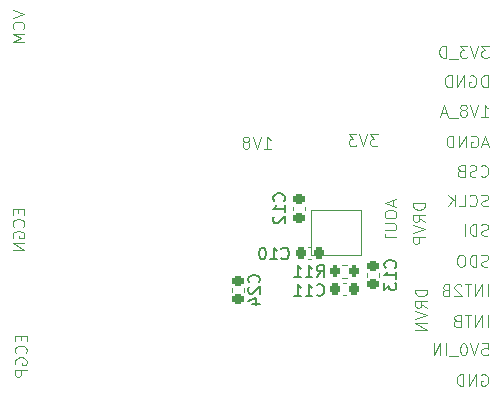
<source format=gbr>
%TF.GenerationSoftware,KiCad,Pcbnew,8.0.4*%
%TF.CreationDate,2024-08-13T22:52:30+08:00*%
%TF.ProjectId,MAX30001_MINI,4d415833-3030-4303-915f-4d494e492e6b,rev?*%
%TF.SameCoordinates,Original*%
%TF.FileFunction,Legend,Bot*%
%TF.FilePolarity,Positive*%
%FSLAX46Y46*%
G04 Gerber Fmt 4.6, Leading zero omitted, Abs format (unit mm)*
G04 Created by KiCad (PCBNEW 8.0.4) date 2024-08-13 22:52:30*
%MOMM*%
%LPD*%
G01*
G04 APERTURE LIST*
G04 Aperture macros list*
%AMRoundRect*
0 Rectangle with rounded corners*
0 $1 Rounding radius*
0 $2 $3 $4 $5 $6 $7 $8 $9 X,Y pos of 4 corners*
0 Add a 4 corners polygon primitive as box body*
4,1,4,$2,$3,$4,$5,$6,$7,$8,$9,$2,$3,0*
0 Add four circle primitives for the rounded corners*
1,1,$1+$1,$2,$3*
1,1,$1+$1,$4,$5*
1,1,$1+$1,$6,$7*
1,1,$1+$1,$8,$9*
0 Add four rect primitives between the rounded corners*
20,1,$1+$1,$2,$3,$4,$5,0*
20,1,$1+$1,$4,$5,$6,$7,0*
20,1,$1+$1,$6,$7,$8,$9,0*
20,1,$1+$1,$8,$9,$2,$3,0*%
G04 Aperture macros list end*
%ADD10C,0.100000*%
%ADD11C,0.150000*%
%ADD12C,0.120000*%
%ADD13R,1.000000X1.000000*%
%ADD14C,4.400000*%
%ADD15R,1.700000X1.700000*%
%ADD16O,1.700000X1.700000*%
%ADD17RoundRect,0.225000X0.250000X-0.225000X0.250000X0.225000X-0.250000X0.225000X-0.250000X-0.225000X0*%
%ADD18RoundRect,0.225000X-0.225000X-0.250000X0.225000X-0.250000X0.225000X0.250000X-0.225000X0.250000X0*%
%ADD19RoundRect,0.225000X-0.250000X0.225000X-0.250000X-0.225000X0.250000X-0.225000X0.250000X0.225000X0*%
%ADD20RoundRect,0.200000X-0.200000X-0.275000X0.200000X-0.275000X0.200000X0.275000X-0.200000X0.275000X0*%
%ADD21RoundRect,0.225000X0.225000X0.250000X-0.225000X0.250000X-0.225000X-0.250000X0.225000X-0.250000X0*%
G04 APERTURE END LIST*
D10*
X157972419Y-106261027D02*
X158972419Y-106594360D01*
X158972419Y-106594360D02*
X157972419Y-106927693D01*
X158877180Y-107832455D02*
X158924800Y-107784836D01*
X158924800Y-107784836D02*
X158972419Y-107641979D01*
X158972419Y-107641979D02*
X158972419Y-107546741D01*
X158972419Y-107546741D02*
X158924800Y-107403884D01*
X158924800Y-107403884D02*
X158829561Y-107308646D01*
X158829561Y-107308646D02*
X158734323Y-107261027D01*
X158734323Y-107261027D02*
X158543847Y-107213408D01*
X158543847Y-107213408D02*
X158400990Y-107213408D01*
X158400990Y-107213408D02*
X158210514Y-107261027D01*
X158210514Y-107261027D02*
X158115276Y-107308646D01*
X158115276Y-107308646D02*
X158020038Y-107403884D01*
X158020038Y-107403884D02*
X157972419Y-107546741D01*
X157972419Y-107546741D02*
X157972419Y-107641979D01*
X157972419Y-107641979D02*
X158020038Y-107784836D01*
X158020038Y-107784836D02*
X158067657Y-107832455D01*
X158972419Y-108261027D02*
X157972419Y-108261027D01*
X157972419Y-108261027D02*
X158686704Y-108594360D01*
X158686704Y-108594360D02*
X157972419Y-108927693D01*
X157972419Y-108927693D02*
X158972419Y-108927693D01*
X158648609Y-133803884D02*
X158648609Y-134137217D01*
X159172419Y-134280074D02*
X159172419Y-133803884D01*
X159172419Y-133803884D02*
X158172419Y-133803884D01*
X158172419Y-133803884D02*
X158172419Y-134280074D01*
X159077180Y-135280074D02*
X159124800Y-135232455D01*
X159124800Y-135232455D02*
X159172419Y-135089598D01*
X159172419Y-135089598D02*
X159172419Y-134994360D01*
X159172419Y-134994360D02*
X159124800Y-134851503D01*
X159124800Y-134851503D02*
X159029561Y-134756265D01*
X159029561Y-134756265D02*
X158934323Y-134708646D01*
X158934323Y-134708646D02*
X158743847Y-134661027D01*
X158743847Y-134661027D02*
X158600990Y-134661027D01*
X158600990Y-134661027D02*
X158410514Y-134708646D01*
X158410514Y-134708646D02*
X158315276Y-134756265D01*
X158315276Y-134756265D02*
X158220038Y-134851503D01*
X158220038Y-134851503D02*
X158172419Y-134994360D01*
X158172419Y-134994360D02*
X158172419Y-135089598D01*
X158172419Y-135089598D02*
X158220038Y-135232455D01*
X158220038Y-135232455D02*
X158267657Y-135280074D01*
X158220038Y-136232455D02*
X158172419Y-136137217D01*
X158172419Y-136137217D02*
X158172419Y-135994360D01*
X158172419Y-135994360D02*
X158220038Y-135851503D01*
X158220038Y-135851503D02*
X158315276Y-135756265D01*
X158315276Y-135756265D02*
X158410514Y-135708646D01*
X158410514Y-135708646D02*
X158600990Y-135661027D01*
X158600990Y-135661027D02*
X158743847Y-135661027D01*
X158743847Y-135661027D02*
X158934323Y-135708646D01*
X158934323Y-135708646D02*
X159029561Y-135756265D01*
X159029561Y-135756265D02*
X159124800Y-135851503D01*
X159124800Y-135851503D02*
X159172419Y-135994360D01*
X159172419Y-135994360D02*
X159172419Y-136089598D01*
X159172419Y-136089598D02*
X159124800Y-136232455D01*
X159124800Y-136232455D02*
X159077180Y-136280074D01*
X159077180Y-136280074D02*
X158743847Y-136280074D01*
X158743847Y-136280074D02*
X158743847Y-136089598D01*
X159172419Y-136708646D02*
X158172419Y-136708646D01*
X158172419Y-136708646D02*
X158172419Y-137089598D01*
X158172419Y-137089598D02*
X158220038Y-137184836D01*
X158220038Y-137184836D02*
X158267657Y-137232455D01*
X158267657Y-137232455D02*
X158362895Y-137280074D01*
X158362895Y-137280074D02*
X158505752Y-137280074D01*
X158505752Y-137280074D02*
X158600990Y-137232455D01*
X158600990Y-137232455D02*
X158648609Y-137184836D01*
X158648609Y-137184836D02*
X158696228Y-137089598D01*
X158696228Y-137089598D02*
X158696228Y-136708646D01*
X158448609Y-123103884D02*
X158448609Y-123437217D01*
X158972419Y-123580074D02*
X158972419Y-123103884D01*
X158972419Y-123103884D02*
X157972419Y-123103884D01*
X157972419Y-123103884D02*
X157972419Y-123580074D01*
X158877180Y-124580074D02*
X158924800Y-124532455D01*
X158924800Y-124532455D02*
X158972419Y-124389598D01*
X158972419Y-124389598D02*
X158972419Y-124294360D01*
X158972419Y-124294360D02*
X158924800Y-124151503D01*
X158924800Y-124151503D02*
X158829561Y-124056265D01*
X158829561Y-124056265D02*
X158734323Y-124008646D01*
X158734323Y-124008646D02*
X158543847Y-123961027D01*
X158543847Y-123961027D02*
X158400990Y-123961027D01*
X158400990Y-123961027D02*
X158210514Y-124008646D01*
X158210514Y-124008646D02*
X158115276Y-124056265D01*
X158115276Y-124056265D02*
X158020038Y-124151503D01*
X158020038Y-124151503D02*
X157972419Y-124294360D01*
X157972419Y-124294360D02*
X157972419Y-124389598D01*
X157972419Y-124389598D02*
X158020038Y-124532455D01*
X158020038Y-124532455D02*
X158067657Y-124580074D01*
X158020038Y-125532455D02*
X157972419Y-125437217D01*
X157972419Y-125437217D02*
X157972419Y-125294360D01*
X157972419Y-125294360D02*
X158020038Y-125151503D01*
X158020038Y-125151503D02*
X158115276Y-125056265D01*
X158115276Y-125056265D02*
X158210514Y-125008646D01*
X158210514Y-125008646D02*
X158400990Y-124961027D01*
X158400990Y-124961027D02*
X158543847Y-124961027D01*
X158543847Y-124961027D02*
X158734323Y-125008646D01*
X158734323Y-125008646D02*
X158829561Y-125056265D01*
X158829561Y-125056265D02*
X158924800Y-125151503D01*
X158924800Y-125151503D02*
X158972419Y-125294360D01*
X158972419Y-125294360D02*
X158972419Y-125389598D01*
X158972419Y-125389598D02*
X158924800Y-125532455D01*
X158924800Y-125532455D02*
X158877180Y-125580074D01*
X158877180Y-125580074D02*
X158543847Y-125580074D01*
X158543847Y-125580074D02*
X158543847Y-125389598D01*
X158972419Y-126008646D02*
X157972419Y-126008646D01*
X157972419Y-126008646D02*
X158972419Y-126580074D01*
X158972419Y-126580074D02*
X157972419Y-126580074D01*
X193072419Y-129903884D02*
X192072419Y-129903884D01*
X192072419Y-129903884D02*
X192072419Y-130141979D01*
X192072419Y-130141979D02*
X192120038Y-130284836D01*
X192120038Y-130284836D02*
X192215276Y-130380074D01*
X192215276Y-130380074D02*
X192310514Y-130427693D01*
X192310514Y-130427693D02*
X192500990Y-130475312D01*
X192500990Y-130475312D02*
X192643847Y-130475312D01*
X192643847Y-130475312D02*
X192834323Y-130427693D01*
X192834323Y-130427693D02*
X192929561Y-130380074D01*
X192929561Y-130380074D02*
X193024800Y-130284836D01*
X193024800Y-130284836D02*
X193072419Y-130141979D01*
X193072419Y-130141979D02*
X193072419Y-129903884D01*
X193072419Y-131475312D02*
X192596228Y-131141979D01*
X193072419Y-130903884D02*
X192072419Y-130903884D01*
X192072419Y-130903884D02*
X192072419Y-131284836D01*
X192072419Y-131284836D02*
X192120038Y-131380074D01*
X192120038Y-131380074D02*
X192167657Y-131427693D01*
X192167657Y-131427693D02*
X192262895Y-131475312D01*
X192262895Y-131475312D02*
X192405752Y-131475312D01*
X192405752Y-131475312D02*
X192500990Y-131427693D01*
X192500990Y-131427693D02*
X192548609Y-131380074D01*
X192548609Y-131380074D02*
X192596228Y-131284836D01*
X192596228Y-131284836D02*
X192596228Y-130903884D01*
X192072419Y-131761027D02*
X193072419Y-132094360D01*
X193072419Y-132094360D02*
X192072419Y-132427693D01*
X193072419Y-132761027D02*
X192072419Y-132761027D01*
X192072419Y-132761027D02*
X193072419Y-133332455D01*
X193072419Y-133332455D02*
X192072419Y-133332455D01*
X192872419Y-122603884D02*
X191872419Y-122603884D01*
X191872419Y-122603884D02*
X191872419Y-122841979D01*
X191872419Y-122841979D02*
X191920038Y-122984836D01*
X191920038Y-122984836D02*
X192015276Y-123080074D01*
X192015276Y-123080074D02*
X192110514Y-123127693D01*
X192110514Y-123127693D02*
X192300990Y-123175312D01*
X192300990Y-123175312D02*
X192443847Y-123175312D01*
X192443847Y-123175312D02*
X192634323Y-123127693D01*
X192634323Y-123127693D02*
X192729561Y-123080074D01*
X192729561Y-123080074D02*
X192824800Y-122984836D01*
X192824800Y-122984836D02*
X192872419Y-122841979D01*
X192872419Y-122841979D02*
X192872419Y-122603884D01*
X192872419Y-124175312D02*
X192396228Y-123841979D01*
X192872419Y-123603884D02*
X191872419Y-123603884D01*
X191872419Y-123603884D02*
X191872419Y-123984836D01*
X191872419Y-123984836D02*
X191920038Y-124080074D01*
X191920038Y-124080074D02*
X191967657Y-124127693D01*
X191967657Y-124127693D02*
X192062895Y-124175312D01*
X192062895Y-124175312D02*
X192205752Y-124175312D01*
X192205752Y-124175312D02*
X192300990Y-124127693D01*
X192300990Y-124127693D02*
X192348609Y-124080074D01*
X192348609Y-124080074D02*
X192396228Y-123984836D01*
X192396228Y-123984836D02*
X192396228Y-123603884D01*
X191872419Y-124461027D02*
X192872419Y-124794360D01*
X192872419Y-124794360D02*
X191872419Y-125127693D01*
X192872419Y-125461027D02*
X191872419Y-125461027D01*
X191872419Y-125461027D02*
X191872419Y-125841979D01*
X191872419Y-125841979D02*
X191920038Y-125937217D01*
X191920038Y-125937217D02*
X191967657Y-125984836D01*
X191967657Y-125984836D02*
X192062895Y-126032455D01*
X192062895Y-126032455D02*
X192205752Y-126032455D01*
X192205752Y-126032455D02*
X192300990Y-125984836D01*
X192300990Y-125984836D02*
X192348609Y-125937217D01*
X192348609Y-125937217D02*
X192396228Y-125841979D01*
X192396228Y-125841979D02*
X192396228Y-125461027D01*
X190186704Y-122356265D02*
X190186704Y-122832455D01*
X190472419Y-122261027D02*
X189472419Y-122594360D01*
X189472419Y-122594360D02*
X190472419Y-122927693D01*
X189472419Y-123451503D02*
X189472419Y-123641979D01*
X189472419Y-123641979D02*
X189520038Y-123737217D01*
X189520038Y-123737217D02*
X189615276Y-123832455D01*
X189615276Y-123832455D02*
X189805752Y-123880074D01*
X189805752Y-123880074D02*
X190139085Y-123880074D01*
X190139085Y-123880074D02*
X190329561Y-123832455D01*
X190329561Y-123832455D02*
X190424800Y-123737217D01*
X190424800Y-123737217D02*
X190472419Y-123641979D01*
X190472419Y-123641979D02*
X190472419Y-123451503D01*
X190472419Y-123451503D02*
X190424800Y-123356265D01*
X190424800Y-123356265D02*
X190329561Y-123261027D01*
X190329561Y-123261027D02*
X190139085Y-123213408D01*
X190139085Y-123213408D02*
X189805752Y-123213408D01*
X189805752Y-123213408D02*
X189615276Y-123261027D01*
X189615276Y-123261027D02*
X189520038Y-123356265D01*
X189520038Y-123356265D02*
X189472419Y-123451503D01*
X189472419Y-124308646D02*
X190281942Y-124308646D01*
X190281942Y-124308646D02*
X190377180Y-124356265D01*
X190377180Y-124356265D02*
X190424800Y-124403884D01*
X190424800Y-124403884D02*
X190472419Y-124499122D01*
X190472419Y-124499122D02*
X190472419Y-124689598D01*
X190472419Y-124689598D02*
X190424800Y-124784836D01*
X190424800Y-124784836D02*
X190377180Y-124832455D01*
X190377180Y-124832455D02*
X190281942Y-124880074D01*
X190281942Y-124880074D02*
X189472419Y-124880074D01*
X189472419Y-125213408D02*
X189472419Y-125784836D01*
X190472419Y-125499122D02*
X189472419Y-125499122D01*
X188891353Y-116772419D02*
X188272306Y-116772419D01*
X188272306Y-116772419D02*
X188605639Y-117153371D01*
X188605639Y-117153371D02*
X188462782Y-117153371D01*
X188462782Y-117153371D02*
X188367544Y-117200990D01*
X188367544Y-117200990D02*
X188319925Y-117248609D01*
X188319925Y-117248609D02*
X188272306Y-117343847D01*
X188272306Y-117343847D02*
X188272306Y-117581942D01*
X188272306Y-117581942D02*
X188319925Y-117677180D01*
X188319925Y-117677180D02*
X188367544Y-117724800D01*
X188367544Y-117724800D02*
X188462782Y-117772419D01*
X188462782Y-117772419D02*
X188748496Y-117772419D01*
X188748496Y-117772419D02*
X188843734Y-117724800D01*
X188843734Y-117724800D02*
X188891353Y-117677180D01*
X187986591Y-116772419D02*
X187653258Y-117772419D01*
X187653258Y-117772419D02*
X187319925Y-116772419D01*
X187081829Y-116772419D02*
X186462782Y-116772419D01*
X186462782Y-116772419D02*
X186796115Y-117153371D01*
X186796115Y-117153371D02*
X186653258Y-117153371D01*
X186653258Y-117153371D02*
X186558020Y-117200990D01*
X186558020Y-117200990D02*
X186510401Y-117248609D01*
X186510401Y-117248609D02*
X186462782Y-117343847D01*
X186462782Y-117343847D02*
X186462782Y-117581942D01*
X186462782Y-117581942D02*
X186510401Y-117677180D01*
X186510401Y-117677180D02*
X186558020Y-117724800D01*
X186558020Y-117724800D02*
X186653258Y-117772419D01*
X186653258Y-117772419D02*
X186938972Y-117772419D01*
X186938972Y-117772419D02*
X187034210Y-117724800D01*
X187034210Y-117724800D02*
X187081829Y-117677180D01*
X179272306Y-117972419D02*
X179843734Y-117972419D01*
X179558020Y-117972419D02*
X179558020Y-116972419D01*
X179558020Y-116972419D02*
X179653258Y-117115276D01*
X179653258Y-117115276D02*
X179748496Y-117210514D01*
X179748496Y-117210514D02*
X179843734Y-117258133D01*
X178986591Y-116972419D02*
X178653258Y-117972419D01*
X178653258Y-117972419D02*
X178319925Y-116972419D01*
X177843734Y-117400990D02*
X177938972Y-117353371D01*
X177938972Y-117353371D02*
X177986591Y-117305752D01*
X177986591Y-117305752D02*
X178034210Y-117210514D01*
X178034210Y-117210514D02*
X178034210Y-117162895D01*
X178034210Y-117162895D02*
X177986591Y-117067657D01*
X177986591Y-117067657D02*
X177938972Y-117020038D01*
X177938972Y-117020038D02*
X177843734Y-116972419D01*
X177843734Y-116972419D02*
X177653258Y-116972419D01*
X177653258Y-116972419D02*
X177558020Y-117020038D01*
X177558020Y-117020038D02*
X177510401Y-117067657D01*
X177510401Y-117067657D02*
X177462782Y-117162895D01*
X177462782Y-117162895D02*
X177462782Y-117210514D01*
X177462782Y-117210514D02*
X177510401Y-117305752D01*
X177510401Y-117305752D02*
X177558020Y-117353371D01*
X177558020Y-117353371D02*
X177653258Y-117400990D01*
X177653258Y-117400990D02*
X177843734Y-117400990D01*
X177843734Y-117400990D02*
X177938972Y-117448609D01*
X177938972Y-117448609D02*
X177986591Y-117496228D01*
X177986591Y-117496228D02*
X178034210Y-117591466D01*
X178034210Y-117591466D02*
X178034210Y-117781942D01*
X178034210Y-117781942D02*
X177986591Y-117877180D01*
X177986591Y-117877180D02*
X177938972Y-117924800D01*
X177938972Y-117924800D02*
X177843734Y-117972419D01*
X177843734Y-117972419D02*
X177653258Y-117972419D01*
X177653258Y-117972419D02*
X177558020Y-117924800D01*
X177558020Y-117924800D02*
X177510401Y-117877180D01*
X177510401Y-117877180D02*
X177462782Y-117781942D01*
X177462782Y-117781942D02*
X177462782Y-117591466D01*
X177462782Y-117591466D02*
X177510401Y-117496228D01*
X177510401Y-117496228D02*
X177558020Y-117448609D01*
X177558020Y-117448609D02*
X177653258Y-117400990D01*
X183200000Y-123200000D02*
X187500000Y-123200000D01*
X187500000Y-127000000D01*
X183200000Y-127000000D01*
X183200000Y-123200000D01*
X197672306Y-137120038D02*
X197767544Y-137072419D01*
X197767544Y-137072419D02*
X197910401Y-137072419D01*
X197910401Y-137072419D02*
X198053258Y-137120038D01*
X198053258Y-137120038D02*
X198148496Y-137215276D01*
X198148496Y-137215276D02*
X198196115Y-137310514D01*
X198196115Y-137310514D02*
X198243734Y-137500990D01*
X198243734Y-137500990D02*
X198243734Y-137643847D01*
X198243734Y-137643847D02*
X198196115Y-137834323D01*
X198196115Y-137834323D02*
X198148496Y-137929561D01*
X198148496Y-137929561D02*
X198053258Y-138024800D01*
X198053258Y-138024800D02*
X197910401Y-138072419D01*
X197910401Y-138072419D02*
X197815163Y-138072419D01*
X197815163Y-138072419D02*
X197672306Y-138024800D01*
X197672306Y-138024800D02*
X197624687Y-137977180D01*
X197624687Y-137977180D02*
X197624687Y-137643847D01*
X197624687Y-137643847D02*
X197815163Y-137643847D01*
X197196115Y-138072419D02*
X197196115Y-137072419D01*
X197196115Y-137072419D02*
X196624687Y-138072419D01*
X196624687Y-138072419D02*
X196624687Y-137072419D01*
X196148496Y-138072419D02*
X196148496Y-137072419D01*
X196148496Y-137072419D02*
X195910401Y-137072419D01*
X195910401Y-137072419D02*
X195767544Y-137120038D01*
X195767544Y-137120038D02*
X195672306Y-137215276D01*
X195672306Y-137215276D02*
X195624687Y-137310514D01*
X195624687Y-137310514D02*
X195577068Y-137500990D01*
X195577068Y-137500990D02*
X195577068Y-137643847D01*
X195577068Y-137643847D02*
X195624687Y-137834323D01*
X195624687Y-137834323D02*
X195672306Y-137929561D01*
X195672306Y-137929561D02*
X195767544Y-138024800D01*
X195767544Y-138024800D02*
X195910401Y-138072419D01*
X195910401Y-138072419D02*
X196148496Y-138072419D01*
X197719925Y-134472419D02*
X198196115Y-134472419D01*
X198196115Y-134472419D02*
X198243734Y-134948609D01*
X198243734Y-134948609D02*
X198196115Y-134900990D01*
X198196115Y-134900990D02*
X198100877Y-134853371D01*
X198100877Y-134853371D02*
X197862782Y-134853371D01*
X197862782Y-134853371D02*
X197767544Y-134900990D01*
X197767544Y-134900990D02*
X197719925Y-134948609D01*
X197719925Y-134948609D02*
X197672306Y-135043847D01*
X197672306Y-135043847D02*
X197672306Y-135281942D01*
X197672306Y-135281942D02*
X197719925Y-135377180D01*
X197719925Y-135377180D02*
X197767544Y-135424800D01*
X197767544Y-135424800D02*
X197862782Y-135472419D01*
X197862782Y-135472419D02*
X198100877Y-135472419D01*
X198100877Y-135472419D02*
X198196115Y-135424800D01*
X198196115Y-135424800D02*
X198243734Y-135377180D01*
X197386591Y-134472419D02*
X197053258Y-135472419D01*
X197053258Y-135472419D02*
X196719925Y-134472419D01*
X196196115Y-134472419D02*
X196100877Y-134472419D01*
X196100877Y-134472419D02*
X196005639Y-134520038D01*
X196005639Y-134520038D02*
X195958020Y-134567657D01*
X195958020Y-134567657D02*
X195910401Y-134662895D01*
X195910401Y-134662895D02*
X195862782Y-134853371D01*
X195862782Y-134853371D02*
X195862782Y-135091466D01*
X195862782Y-135091466D02*
X195910401Y-135281942D01*
X195910401Y-135281942D02*
X195958020Y-135377180D01*
X195958020Y-135377180D02*
X196005639Y-135424800D01*
X196005639Y-135424800D02*
X196100877Y-135472419D01*
X196100877Y-135472419D02*
X196196115Y-135472419D01*
X196196115Y-135472419D02*
X196291353Y-135424800D01*
X196291353Y-135424800D02*
X196338972Y-135377180D01*
X196338972Y-135377180D02*
X196386591Y-135281942D01*
X196386591Y-135281942D02*
X196434210Y-135091466D01*
X196434210Y-135091466D02*
X196434210Y-134853371D01*
X196434210Y-134853371D02*
X196386591Y-134662895D01*
X196386591Y-134662895D02*
X196338972Y-134567657D01*
X196338972Y-134567657D02*
X196291353Y-134520038D01*
X196291353Y-134520038D02*
X196196115Y-134472419D01*
X195672306Y-135567657D02*
X194910401Y-135567657D01*
X194672305Y-135472419D02*
X194672305Y-134472419D01*
X194196115Y-135472419D02*
X194196115Y-134472419D01*
X194196115Y-134472419D02*
X193624687Y-135472419D01*
X193624687Y-135472419D02*
X193624687Y-134472419D01*
X198196115Y-133072419D02*
X198196115Y-132072419D01*
X197719925Y-133072419D02*
X197719925Y-132072419D01*
X197719925Y-132072419D02*
X197148497Y-133072419D01*
X197148497Y-133072419D02*
X197148497Y-132072419D01*
X196815163Y-132072419D02*
X196243735Y-132072419D01*
X196529449Y-133072419D02*
X196529449Y-132072419D01*
X195577068Y-132548609D02*
X195434211Y-132596228D01*
X195434211Y-132596228D02*
X195386592Y-132643847D01*
X195386592Y-132643847D02*
X195338973Y-132739085D01*
X195338973Y-132739085D02*
X195338973Y-132881942D01*
X195338973Y-132881942D02*
X195386592Y-132977180D01*
X195386592Y-132977180D02*
X195434211Y-133024800D01*
X195434211Y-133024800D02*
X195529449Y-133072419D01*
X195529449Y-133072419D02*
X195910401Y-133072419D01*
X195910401Y-133072419D02*
X195910401Y-132072419D01*
X195910401Y-132072419D02*
X195577068Y-132072419D01*
X195577068Y-132072419D02*
X195481830Y-132120038D01*
X195481830Y-132120038D02*
X195434211Y-132167657D01*
X195434211Y-132167657D02*
X195386592Y-132262895D01*
X195386592Y-132262895D02*
X195386592Y-132358133D01*
X195386592Y-132358133D02*
X195434211Y-132453371D01*
X195434211Y-132453371D02*
X195481830Y-132500990D01*
X195481830Y-132500990D02*
X195577068Y-132548609D01*
X195577068Y-132548609D02*
X195910401Y-132548609D01*
X198196115Y-130472419D02*
X198196115Y-129472419D01*
X197719925Y-130472419D02*
X197719925Y-129472419D01*
X197719925Y-129472419D02*
X197148497Y-130472419D01*
X197148497Y-130472419D02*
X197148497Y-129472419D01*
X196815163Y-129472419D02*
X196243735Y-129472419D01*
X196529449Y-130472419D02*
X196529449Y-129472419D01*
X195958020Y-129567657D02*
X195910401Y-129520038D01*
X195910401Y-129520038D02*
X195815163Y-129472419D01*
X195815163Y-129472419D02*
X195577068Y-129472419D01*
X195577068Y-129472419D02*
X195481830Y-129520038D01*
X195481830Y-129520038D02*
X195434211Y-129567657D01*
X195434211Y-129567657D02*
X195386592Y-129662895D01*
X195386592Y-129662895D02*
X195386592Y-129758133D01*
X195386592Y-129758133D02*
X195434211Y-129900990D01*
X195434211Y-129900990D02*
X196005639Y-130472419D01*
X196005639Y-130472419D02*
X195386592Y-130472419D01*
X194624687Y-129948609D02*
X194481830Y-129996228D01*
X194481830Y-129996228D02*
X194434211Y-130043847D01*
X194434211Y-130043847D02*
X194386592Y-130139085D01*
X194386592Y-130139085D02*
X194386592Y-130281942D01*
X194386592Y-130281942D02*
X194434211Y-130377180D01*
X194434211Y-130377180D02*
X194481830Y-130424800D01*
X194481830Y-130424800D02*
X194577068Y-130472419D01*
X194577068Y-130472419D02*
X194958020Y-130472419D01*
X194958020Y-130472419D02*
X194958020Y-129472419D01*
X194958020Y-129472419D02*
X194624687Y-129472419D01*
X194624687Y-129472419D02*
X194529449Y-129520038D01*
X194529449Y-129520038D02*
X194481830Y-129567657D01*
X194481830Y-129567657D02*
X194434211Y-129662895D01*
X194434211Y-129662895D02*
X194434211Y-129758133D01*
X194434211Y-129758133D02*
X194481830Y-129853371D01*
X194481830Y-129853371D02*
X194529449Y-129900990D01*
X194529449Y-129900990D02*
X194624687Y-129948609D01*
X194624687Y-129948609D02*
X194958020Y-129948609D01*
X198243734Y-127924800D02*
X198100877Y-127972419D01*
X198100877Y-127972419D02*
X197862782Y-127972419D01*
X197862782Y-127972419D02*
X197767544Y-127924800D01*
X197767544Y-127924800D02*
X197719925Y-127877180D01*
X197719925Y-127877180D02*
X197672306Y-127781942D01*
X197672306Y-127781942D02*
X197672306Y-127686704D01*
X197672306Y-127686704D02*
X197719925Y-127591466D01*
X197719925Y-127591466D02*
X197767544Y-127543847D01*
X197767544Y-127543847D02*
X197862782Y-127496228D01*
X197862782Y-127496228D02*
X198053258Y-127448609D01*
X198053258Y-127448609D02*
X198148496Y-127400990D01*
X198148496Y-127400990D02*
X198196115Y-127353371D01*
X198196115Y-127353371D02*
X198243734Y-127258133D01*
X198243734Y-127258133D02*
X198243734Y-127162895D01*
X198243734Y-127162895D02*
X198196115Y-127067657D01*
X198196115Y-127067657D02*
X198148496Y-127020038D01*
X198148496Y-127020038D02*
X198053258Y-126972419D01*
X198053258Y-126972419D02*
X197815163Y-126972419D01*
X197815163Y-126972419D02*
X197672306Y-127020038D01*
X197243734Y-127972419D02*
X197243734Y-126972419D01*
X197243734Y-126972419D02*
X197005639Y-126972419D01*
X197005639Y-126972419D02*
X196862782Y-127020038D01*
X196862782Y-127020038D02*
X196767544Y-127115276D01*
X196767544Y-127115276D02*
X196719925Y-127210514D01*
X196719925Y-127210514D02*
X196672306Y-127400990D01*
X196672306Y-127400990D02*
X196672306Y-127543847D01*
X196672306Y-127543847D02*
X196719925Y-127734323D01*
X196719925Y-127734323D02*
X196767544Y-127829561D01*
X196767544Y-127829561D02*
X196862782Y-127924800D01*
X196862782Y-127924800D02*
X197005639Y-127972419D01*
X197005639Y-127972419D02*
X197243734Y-127972419D01*
X196053258Y-126972419D02*
X195862782Y-126972419D01*
X195862782Y-126972419D02*
X195767544Y-127020038D01*
X195767544Y-127020038D02*
X195672306Y-127115276D01*
X195672306Y-127115276D02*
X195624687Y-127305752D01*
X195624687Y-127305752D02*
X195624687Y-127639085D01*
X195624687Y-127639085D02*
X195672306Y-127829561D01*
X195672306Y-127829561D02*
X195767544Y-127924800D01*
X195767544Y-127924800D02*
X195862782Y-127972419D01*
X195862782Y-127972419D02*
X196053258Y-127972419D01*
X196053258Y-127972419D02*
X196148496Y-127924800D01*
X196148496Y-127924800D02*
X196243734Y-127829561D01*
X196243734Y-127829561D02*
X196291353Y-127639085D01*
X196291353Y-127639085D02*
X196291353Y-127305752D01*
X196291353Y-127305752D02*
X196243734Y-127115276D01*
X196243734Y-127115276D02*
X196148496Y-127020038D01*
X196148496Y-127020038D02*
X196053258Y-126972419D01*
X198243734Y-125324800D02*
X198100877Y-125372419D01*
X198100877Y-125372419D02*
X197862782Y-125372419D01*
X197862782Y-125372419D02*
X197767544Y-125324800D01*
X197767544Y-125324800D02*
X197719925Y-125277180D01*
X197719925Y-125277180D02*
X197672306Y-125181942D01*
X197672306Y-125181942D02*
X197672306Y-125086704D01*
X197672306Y-125086704D02*
X197719925Y-124991466D01*
X197719925Y-124991466D02*
X197767544Y-124943847D01*
X197767544Y-124943847D02*
X197862782Y-124896228D01*
X197862782Y-124896228D02*
X198053258Y-124848609D01*
X198053258Y-124848609D02*
X198148496Y-124800990D01*
X198148496Y-124800990D02*
X198196115Y-124753371D01*
X198196115Y-124753371D02*
X198243734Y-124658133D01*
X198243734Y-124658133D02*
X198243734Y-124562895D01*
X198243734Y-124562895D02*
X198196115Y-124467657D01*
X198196115Y-124467657D02*
X198148496Y-124420038D01*
X198148496Y-124420038D02*
X198053258Y-124372419D01*
X198053258Y-124372419D02*
X197815163Y-124372419D01*
X197815163Y-124372419D02*
X197672306Y-124420038D01*
X197243734Y-125372419D02*
X197243734Y-124372419D01*
X197243734Y-124372419D02*
X197005639Y-124372419D01*
X197005639Y-124372419D02*
X196862782Y-124420038D01*
X196862782Y-124420038D02*
X196767544Y-124515276D01*
X196767544Y-124515276D02*
X196719925Y-124610514D01*
X196719925Y-124610514D02*
X196672306Y-124800990D01*
X196672306Y-124800990D02*
X196672306Y-124943847D01*
X196672306Y-124943847D02*
X196719925Y-125134323D01*
X196719925Y-125134323D02*
X196767544Y-125229561D01*
X196767544Y-125229561D02*
X196862782Y-125324800D01*
X196862782Y-125324800D02*
X197005639Y-125372419D01*
X197005639Y-125372419D02*
X197243734Y-125372419D01*
X196243734Y-125372419D02*
X196243734Y-124372419D01*
X198243734Y-122824800D02*
X198100877Y-122872419D01*
X198100877Y-122872419D02*
X197862782Y-122872419D01*
X197862782Y-122872419D02*
X197767544Y-122824800D01*
X197767544Y-122824800D02*
X197719925Y-122777180D01*
X197719925Y-122777180D02*
X197672306Y-122681942D01*
X197672306Y-122681942D02*
X197672306Y-122586704D01*
X197672306Y-122586704D02*
X197719925Y-122491466D01*
X197719925Y-122491466D02*
X197767544Y-122443847D01*
X197767544Y-122443847D02*
X197862782Y-122396228D01*
X197862782Y-122396228D02*
X198053258Y-122348609D01*
X198053258Y-122348609D02*
X198148496Y-122300990D01*
X198148496Y-122300990D02*
X198196115Y-122253371D01*
X198196115Y-122253371D02*
X198243734Y-122158133D01*
X198243734Y-122158133D02*
X198243734Y-122062895D01*
X198243734Y-122062895D02*
X198196115Y-121967657D01*
X198196115Y-121967657D02*
X198148496Y-121920038D01*
X198148496Y-121920038D02*
X198053258Y-121872419D01*
X198053258Y-121872419D02*
X197815163Y-121872419D01*
X197815163Y-121872419D02*
X197672306Y-121920038D01*
X196672306Y-122777180D02*
X196719925Y-122824800D01*
X196719925Y-122824800D02*
X196862782Y-122872419D01*
X196862782Y-122872419D02*
X196958020Y-122872419D01*
X196958020Y-122872419D02*
X197100877Y-122824800D01*
X197100877Y-122824800D02*
X197196115Y-122729561D01*
X197196115Y-122729561D02*
X197243734Y-122634323D01*
X197243734Y-122634323D02*
X197291353Y-122443847D01*
X197291353Y-122443847D02*
X197291353Y-122300990D01*
X197291353Y-122300990D02*
X197243734Y-122110514D01*
X197243734Y-122110514D02*
X197196115Y-122015276D01*
X197196115Y-122015276D02*
X197100877Y-121920038D01*
X197100877Y-121920038D02*
X196958020Y-121872419D01*
X196958020Y-121872419D02*
X196862782Y-121872419D01*
X196862782Y-121872419D02*
X196719925Y-121920038D01*
X196719925Y-121920038D02*
X196672306Y-121967657D01*
X195767544Y-122872419D02*
X196243734Y-122872419D01*
X196243734Y-122872419D02*
X196243734Y-121872419D01*
X195434210Y-122872419D02*
X195434210Y-121872419D01*
X194862782Y-122872419D02*
X195291353Y-122300990D01*
X194862782Y-121872419D02*
X195434210Y-122443847D01*
X197624687Y-120277180D02*
X197672306Y-120324800D01*
X197672306Y-120324800D02*
X197815163Y-120372419D01*
X197815163Y-120372419D02*
X197910401Y-120372419D01*
X197910401Y-120372419D02*
X198053258Y-120324800D01*
X198053258Y-120324800D02*
X198148496Y-120229561D01*
X198148496Y-120229561D02*
X198196115Y-120134323D01*
X198196115Y-120134323D02*
X198243734Y-119943847D01*
X198243734Y-119943847D02*
X198243734Y-119800990D01*
X198243734Y-119800990D02*
X198196115Y-119610514D01*
X198196115Y-119610514D02*
X198148496Y-119515276D01*
X198148496Y-119515276D02*
X198053258Y-119420038D01*
X198053258Y-119420038D02*
X197910401Y-119372419D01*
X197910401Y-119372419D02*
X197815163Y-119372419D01*
X197815163Y-119372419D02*
X197672306Y-119420038D01*
X197672306Y-119420038D02*
X197624687Y-119467657D01*
X197243734Y-120324800D02*
X197100877Y-120372419D01*
X197100877Y-120372419D02*
X196862782Y-120372419D01*
X196862782Y-120372419D02*
X196767544Y-120324800D01*
X196767544Y-120324800D02*
X196719925Y-120277180D01*
X196719925Y-120277180D02*
X196672306Y-120181942D01*
X196672306Y-120181942D02*
X196672306Y-120086704D01*
X196672306Y-120086704D02*
X196719925Y-119991466D01*
X196719925Y-119991466D02*
X196767544Y-119943847D01*
X196767544Y-119943847D02*
X196862782Y-119896228D01*
X196862782Y-119896228D02*
X197053258Y-119848609D01*
X197053258Y-119848609D02*
X197148496Y-119800990D01*
X197148496Y-119800990D02*
X197196115Y-119753371D01*
X197196115Y-119753371D02*
X197243734Y-119658133D01*
X197243734Y-119658133D02*
X197243734Y-119562895D01*
X197243734Y-119562895D02*
X197196115Y-119467657D01*
X197196115Y-119467657D02*
X197148496Y-119420038D01*
X197148496Y-119420038D02*
X197053258Y-119372419D01*
X197053258Y-119372419D02*
X196815163Y-119372419D01*
X196815163Y-119372419D02*
X196672306Y-119420038D01*
X195910401Y-119848609D02*
X195767544Y-119896228D01*
X195767544Y-119896228D02*
X195719925Y-119943847D01*
X195719925Y-119943847D02*
X195672306Y-120039085D01*
X195672306Y-120039085D02*
X195672306Y-120181942D01*
X195672306Y-120181942D02*
X195719925Y-120277180D01*
X195719925Y-120277180D02*
X195767544Y-120324800D01*
X195767544Y-120324800D02*
X195862782Y-120372419D01*
X195862782Y-120372419D02*
X196243734Y-120372419D01*
X196243734Y-120372419D02*
X196243734Y-119372419D01*
X196243734Y-119372419D02*
X195910401Y-119372419D01*
X195910401Y-119372419D02*
X195815163Y-119420038D01*
X195815163Y-119420038D02*
X195767544Y-119467657D01*
X195767544Y-119467657D02*
X195719925Y-119562895D01*
X195719925Y-119562895D02*
X195719925Y-119658133D01*
X195719925Y-119658133D02*
X195767544Y-119753371D01*
X195767544Y-119753371D02*
X195815163Y-119800990D01*
X195815163Y-119800990D02*
X195910401Y-119848609D01*
X195910401Y-119848609D02*
X196243734Y-119848609D01*
X198243734Y-117586704D02*
X197767544Y-117586704D01*
X198338972Y-117872419D02*
X198005639Y-116872419D01*
X198005639Y-116872419D02*
X197672306Y-117872419D01*
X196815163Y-116920038D02*
X196910401Y-116872419D01*
X196910401Y-116872419D02*
X197053258Y-116872419D01*
X197053258Y-116872419D02*
X197196115Y-116920038D01*
X197196115Y-116920038D02*
X197291353Y-117015276D01*
X197291353Y-117015276D02*
X197338972Y-117110514D01*
X197338972Y-117110514D02*
X197386591Y-117300990D01*
X197386591Y-117300990D02*
X197386591Y-117443847D01*
X197386591Y-117443847D02*
X197338972Y-117634323D01*
X197338972Y-117634323D02*
X197291353Y-117729561D01*
X197291353Y-117729561D02*
X197196115Y-117824800D01*
X197196115Y-117824800D02*
X197053258Y-117872419D01*
X197053258Y-117872419D02*
X196958020Y-117872419D01*
X196958020Y-117872419D02*
X196815163Y-117824800D01*
X196815163Y-117824800D02*
X196767544Y-117777180D01*
X196767544Y-117777180D02*
X196767544Y-117443847D01*
X196767544Y-117443847D02*
X196958020Y-117443847D01*
X196338972Y-117872419D02*
X196338972Y-116872419D01*
X196338972Y-116872419D02*
X195767544Y-117872419D01*
X195767544Y-117872419D02*
X195767544Y-116872419D01*
X195291353Y-117872419D02*
X195291353Y-116872419D01*
X195291353Y-116872419D02*
X195053258Y-116872419D01*
X195053258Y-116872419D02*
X194910401Y-116920038D01*
X194910401Y-116920038D02*
X194815163Y-117015276D01*
X194815163Y-117015276D02*
X194767544Y-117110514D01*
X194767544Y-117110514D02*
X194719925Y-117300990D01*
X194719925Y-117300990D02*
X194719925Y-117443847D01*
X194719925Y-117443847D02*
X194767544Y-117634323D01*
X194767544Y-117634323D02*
X194815163Y-117729561D01*
X194815163Y-117729561D02*
X194910401Y-117824800D01*
X194910401Y-117824800D02*
X195053258Y-117872419D01*
X195053258Y-117872419D02*
X195291353Y-117872419D01*
X197672306Y-115272419D02*
X198243734Y-115272419D01*
X197958020Y-115272419D02*
X197958020Y-114272419D01*
X197958020Y-114272419D02*
X198053258Y-114415276D01*
X198053258Y-114415276D02*
X198148496Y-114510514D01*
X198148496Y-114510514D02*
X198243734Y-114558133D01*
X197386591Y-114272419D02*
X197053258Y-115272419D01*
X197053258Y-115272419D02*
X196719925Y-114272419D01*
X196243734Y-114700990D02*
X196338972Y-114653371D01*
X196338972Y-114653371D02*
X196386591Y-114605752D01*
X196386591Y-114605752D02*
X196434210Y-114510514D01*
X196434210Y-114510514D02*
X196434210Y-114462895D01*
X196434210Y-114462895D02*
X196386591Y-114367657D01*
X196386591Y-114367657D02*
X196338972Y-114320038D01*
X196338972Y-114320038D02*
X196243734Y-114272419D01*
X196243734Y-114272419D02*
X196053258Y-114272419D01*
X196053258Y-114272419D02*
X195958020Y-114320038D01*
X195958020Y-114320038D02*
X195910401Y-114367657D01*
X195910401Y-114367657D02*
X195862782Y-114462895D01*
X195862782Y-114462895D02*
X195862782Y-114510514D01*
X195862782Y-114510514D02*
X195910401Y-114605752D01*
X195910401Y-114605752D02*
X195958020Y-114653371D01*
X195958020Y-114653371D02*
X196053258Y-114700990D01*
X196053258Y-114700990D02*
X196243734Y-114700990D01*
X196243734Y-114700990D02*
X196338972Y-114748609D01*
X196338972Y-114748609D02*
X196386591Y-114796228D01*
X196386591Y-114796228D02*
X196434210Y-114891466D01*
X196434210Y-114891466D02*
X196434210Y-115081942D01*
X196434210Y-115081942D02*
X196386591Y-115177180D01*
X196386591Y-115177180D02*
X196338972Y-115224800D01*
X196338972Y-115224800D02*
X196243734Y-115272419D01*
X196243734Y-115272419D02*
X196053258Y-115272419D01*
X196053258Y-115272419D02*
X195958020Y-115224800D01*
X195958020Y-115224800D02*
X195910401Y-115177180D01*
X195910401Y-115177180D02*
X195862782Y-115081942D01*
X195862782Y-115081942D02*
X195862782Y-114891466D01*
X195862782Y-114891466D02*
X195910401Y-114796228D01*
X195910401Y-114796228D02*
X195958020Y-114748609D01*
X195958020Y-114748609D02*
X196053258Y-114700990D01*
X195672306Y-115367657D02*
X194910401Y-115367657D01*
X194719924Y-114986704D02*
X194243734Y-114986704D01*
X194815162Y-115272419D02*
X194481829Y-114272419D01*
X194481829Y-114272419D02*
X194148496Y-115272419D01*
X198196115Y-112772419D02*
X198196115Y-111772419D01*
X198196115Y-111772419D02*
X197958020Y-111772419D01*
X197958020Y-111772419D02*
X197815163Y-111820038D01*
X197815163Y-111820038D02*
X197719925Y-111915276D01*
X197719925Y-111915276D02*
X197672306Y-112010514D01*
X197672306Y-112010514D02*
X197624687Y-112200990D01*
X197624687Y-112200990D02*
X197624687Y-112343847D01*
X197624687Y-112343847D02*
X197672306Y-112534323D01*
X197672306Y-112534323D02*
X197719925Y-112629561D01*
X197719925Y-112629561D02*
X197815163Y-112724800D01*
X197815163Y-112724800D02*
X197958020Y-112772419D01*
X197958020Y-112772419D02*
X198196115Y-112772419D01*
X196672306Y-111820038D02*
X196767544Y-111772419D01*
X196767544Y-111772419D02*
X196910401Y-111772419D01*
X196910401Y-111772419D02*
X197053258Y-111820038D01*
X197053258Y-111820038D02*
X197148496Y-111915276D01*
X197148496Y-111915276D02*
X197196115Y-112010514D01*
X197196115Y-112010514D02*
X197243734Y-112200990D01*
X197243734Y-112200990D02*
X197243734Y-112343847D01*
X197243734Y-112343847D02*
X197196115Y-112534323D01*
X197196115Y-112534323D02*
X197148496Y-112629561D01*
X197148496Y-112629561D02*
X197053258Y-112724800D01*
X197053258Y-112724800D02*
X196910401Y-112772419D01*
X196910401Y-112772419D02*
X196815163Y-112772419D01*
X196815163Y-112772419D02*
X196672306Y-112724800D01*
X196672306Y-112724800D02*
X196624687Y-112677180D01*
X196624687Y-112677180D02*
X196624687Y-112343847D01*
X196624687Y-112343847D02*
X196815163Y-112343847D01*
X196196115Y-112772419D02*
X196196115Y-111772419D01*
X196196115Y-111772419D02*
X195624687Y-112772419D01*
X195624687Y-112772419D02*
X195624687Y-111772419D01*
X195148496Y-112772419D02*
X195148496Y-111772419D01*
X195148496Y-111772419D02*
X194910401Y-111772419D01*
X194910401Y-111772419D02*
X194767544Y-111820038D01*
X194767544Y-111820038D02*
X194672306Y-111915276D01*
X194672306Y-111915276D02*
X194624687Y-112010514D01*
X194624687Y-112010514D02*
X194577068Y-112200990D01*
X194577068Y-112200990D02*
X194577068Y-112343847D01*
X194577068Y-112343847D02*
X194624687Y-112534323D01*
X194624687Y-112534323D02*
X194672306Y-112629561D01*
X194672306Y-112629561D02*
X194767544Y-112724800D01*
X194767544Y-112724800D02*
X194910401Y-112772419D01*
X194910401Y-112772419D02*
X195148496Y-112772419D01*
X198291353Y-109272419D02*
X197672306Y-109272419D01*
X197672306Y-109272419D02*
X198005639Y-109653371D01*
X198005639Y-109653371D02*
X197862782Y-109653371D01*
X197862782Y-109653371D02*
X197767544Y-109700990D01*
X197767544Y-109700990D02*
X197719925Y-109748609D01*
X197719925Y-109748609D02*
X197672306Y-109843847D01*
X197672306Y-109843847D02*
X197672306Y-110081942D01*
X197672306Y-110081942D02*
X197719925Y-110177180D01*
X197719925Y-110177180D02*
X197767544Y-110224800D01*
X197767544Y-110224800D02*
X197862782Y-110272419D01*
X197862782Y-110272419D02*
X198148496Y-110272419D01*
X198148496Y-110272419D02*
X198243734Y-110224800D01*
X198243734Y-110224800D02*
X198291353Y-110177180D01*
X197386591Y-109272419D02*
X197053258Y-110272419D01*
X197053258Y-110272419D02*
X196719925Y-109272419D01*
X196481829Y-109272419D02*
X195862782Y-109272419D01*
X195862782Y-109272419D02*
X196196115Y-109653371D01*
X196196115Y-109653371D02*
X196053258Y-109653371D01*
X196053258Y-109653371D02*
X195958020Y-109700990D01*
X195958020Y-109700990D02*
X195910401Y-109748609D01*
X195910401Y-109748609D02*
X195862782Y-109843847D01*
X195862782Y-109843847D02*
X195862782Y-110081942D01*
X195862782Y-110081942D02*
X195910401Y-110177180D01*
X195910401Y-110177180D02*
X195958020Y-110224800D01*
X195958020Y-110224800D02*
X196053258Y-110272419D01*
X196053258Y-110272419D02*
X196338972Y-110272419D01*
X196338972Y-110272419D02*
X196434210Y-110224800D01*
X196434210Y-110224800D02*
X196481829Y-110177180D01*
X195672306Y-110367657D02*
X194910401Y-110367657D01*
X194672305Y-110272419D02*
X194672305Y-109272419D01*
X194672305Y-109272419D02*
X194434210Y-109272419D01*
X194434210Y-109272419D02*
X194291353Y-109320038D01*
X194291353Y-109320038D02*
X194196115Y-109415276D01*
X194196115Y-109415276D02*
X194148496Y-109510514D01*
X194148496Y-109510514D02*
X194100877Y-109700990D01*
X194100877Y-109700990D02*
X194100877Y-109843847D01*
X194100877Y-109843847D02*
X194148496Y-110034323D01*
X194148496Y-110034323D02*
X194196115Y-110129561D01*
X194196115Y-110129561D02*
X194291353Y-110224800D01*
X194291353Y-110224800D02*
X194434210Y-110272419D01*
X194434210Y-110272419D02*
X194672305Y-110272419D01*
D11*
X178827580Y-129303542D02*
X178875200Y-129255923D01*
X178875200Y-129255923D02*
X178922819Y-129113066D01*
X178922819Y-129113066D02*
X178922819Y-129017828D01*
X178922819Y-129017828D02*
X178875200Y-128874971D01*
X178875200Y-128874971D02*
X178779961Y-128779733D01*
X178779961Y-128779733D02*
X178684723Y-128732114D01*
X178684723Y-128732114D02*
X178494247Y-128684495D01*
X178494247Y-128684495D02*
X178351390Y-128684495D01*
X178351390Y-128684495D02*
X178160914Y-128732114D01*
X178160914Y-128732114D02*
X178065676Y-128779733D01*
X178065676Y-128779733D02*
X177970438Y-128874971D01*
X177970438Y-128874971D02*
X177922819Y-129017828D01*
X177922819Y-129017828D02*
X177922819Y-129113066D01*
X177922819Y-129113066D02*
X177970438Y-129255923D01*
X177970438Y-129255923D02*
X178018057Y-129303542D01*
X178018057Y-129684495D02*
X177970438Y-129732114D01*
X177970438Y-129732114D02*
X177922819Y-129827352D01*
X177922819Y-129827352D02*
X177922819Y-130065447D01*
X177922819Y-130065447D02*
X177970438Y-130160685D01*
X177970438Y-130160685D02*
X178018057Y-130208304D01*
X178018057Y-130208304D02*
X178113295Y-130255923D01*
X178113295Y-130255923D02*
X178208533Y-130255923D01*
X178208533Y-130255923D02*
X178351390Y-130208304D01*
X178351390Y-130208304D02*
X178922819Y-129636876D01*
X178922819Y-129636876D02*
X178922819Y-130255923D01*
X178256152Y-131113066D02*
X178922819Y-131113066D01*
X177875200Y-130874971D02*
X178589485Y-130636876D01*
X178589485Y-130636876D02*
X178589485Y-131255923D01*
X180742857Y-127259580D02*
X180790476Y-127307200D01*
X180790476Y-127307200D02*
X180933333Y-127354819D01*
X180933333Y-127354819D02*
X181028571Y-127354819D01*
X181028571Y-127354819D02*
X181171428Y-127307200D01*
X181171428Y-127307200D02*
X181266666Y-127211961D01*
X181266666Y-127211961D02*
X181314285Y-127116723D01*
X181314285Y-127116723D02*
X181361904Y-126926247D01*
X181361904Y-126926247D02*
X181361904Y-126783390D01*
X181361904Y-126783390D02*
X181314285Y-126592914D01*
X181314285Y-126592914D02*
X181266666Y-126497676D01*
X181266666Y-126497676D02*
X181171428Y-126402438D01*
X181171428Y-126402438D02*
X181028571Y-126354819D01*
X181028571Y-126354819D02*
X180933333Y-126354819D01*
X180933333Y-126354819D02*
X180790476Y-126402438D01*
X180790476Y-126402438D02*
X180742857Y-126450057D01*
X179790476Y-127354819D02*
X180361904Y-127354819D01*
X180076190Y-127354819D02*
X180076190Y-126354819D01*
X180076190Y-126354819D02*
X180171428Y-126497676D01*
X180171428Y-126497676D02*
X180266666Y-126592914D01*
X180266666Y-126592914D02*
X180361904Y-126640533D01*
X179171428Y-126354819D02*
X179076190Y-126354819D01*
X179076190Y-126354819D02*
X178980952Y-126402438D01*
X178980952Y-126402438D02*
X178933333Y-126450057D01*
X178933333Y-126450057D02*
X178885714Y-126545295D01*
X178885714Y-126545295D02*
X178838095Y-126735771D01*
X178838095Y-126735771D02*
X178838095Y-126973866D01*
X178838095Y-126973866D02*
X178885714Y-127164342D01*
X178885714Y-127164342D02*
X178933333Y-127259580D01*
X178933333Y-127259580D02*
X178980952Y-127307200D01*
X178980952Y-127307200D02*
X179076190Y-127354819D01*
X179076190Y-127354819D02*
X179171428Y-127354819D01*
X179171428Y-127354819D02*
X179266666Y-127307200D01*
X179266666Y-127307200D02*
X179314285Y-127259580D01*
X179314285Y-127259580D02*
X179361904Y-127164342D01*
X179361904Y-127164342D02*
X179409523Y-126973866D01*
X179409523Y-126973866D02*
X179409523Y-126735771D01*
X179409523Y-126735771D02*
X179361904Y-126545295D01*
X179361904Y-126545295D02*
X179314285Y-126450057D01*
X179314285Y-126450057D02*
X179266666Y-126402438D01*
X179266666Y-126402438D02*
X179171428Y-126354819D01*
X190359580Y-128046542D02*
X190407200Y-127998923D01*
X190407200Y-127998923D02*
X190454819Y-127856066D01*
X190454819Y-127856066D02*
X190454819Y-127760828D01*
X190454819Y-127760828D02*
X190407200Y-127617971D01*
X190407200Y-127617971D02*
X190311961Y-127522733D01*
X190311961Y-127522733D02*
X190216723Y-127475114D01*
X190216723Y-127475114D02*
X190026247Y-127427495D01*
X190026247Y-127427495D02*
X189883390Y-127427495D01*
X189883390Y-127427495D02*
X189692914Y-127475114D01*
X189692914Y-127475114D02*
X189597676Y-127522733D01*
X189597676Y-127522733D02*
X189502438Y-127617971D01*
X189502438Y-127617971D02*
X189454819Y-127760828D01*
X189454819Y-127760828D02*
X189454819Y-127856066D01*
X189454819Y-127856066D02*
X189502438Y-127998923D01*
X189502438Y-127998923D02*
X189550057Y-128046542D01*
X190454819Y-128998923D02*
X190454819Y-128427495D01*
X190454819Y-128713209D02*
X189454819Y-128713209D01*
X189454819Y-128713209D02*
X189597676Y-128617971D01*
X189597676Y-128617971D02*
X189692914Y-128522733D01*
X189692914Y-128522733D02*
X189740533Y-128427495D01*
X189454819Y-129332257D02*
X189454819Y-129951304D01*
X189454819Y-129951304D02*
X189835771Y-129617971D01*
X189835771Y-129617971D02*
X189835771Y-129760828D01*
X189835771Y-129760828D02*
X189883390Y-129856066D01*
X189883390Y-129856066D02*
X189931009Y-129903685D01*
X189931009Y-129903685D02*
X190026247Y-129951304D01*
X190026247Y-129951304D02*
X190264342Y-129951304D01*
X190264342Y-129951304D02*
X190359580Y-129903685D01*
X190359580Y-129903685D02*
X190407200Y-129856066D01*
X190407200Y-129856066D02*
X190454819Y-129760828D01*
X190454819Y-129760828D02*
X190454819Y-129475114D01*
X190454819Y-129475114D02*
X190407200Y-129379876D01*
X190407200Y-129379876D02*
X190359580Y-129332257D01*
X180959580Y-122394742D02*
X181007200Y-122347123D01*
X181007200Y-122347123D02*
X181054819Y-122204266D01*
X181054819Y-122204266D02*
X181054819Y-122109028D01*
X181054819Y-122109028D02*
X181007200Y-121966171D01*
X181007200Y-121966171D02*
X180911961Y-121870933D01*
X180911961Y-121870933D02*
X180816723Y-121823314D01*
X180816723Y-121823314D02*
X180626247Y-121775695D01*
X180626247Y-121775695D02*
X180483390Y-121775695D01*
X180483390Y-121775695D02*
X180292914Y-121823314D01*
X180292914Y-121823314D02*
X180197676Y-121870933D01*
X180197676Y-121870933D02*
X180102438Y-121966171D01*
X180102438Y-121966171D02*
X180054819Y-122109028D01*
X180054819Y-122109028D02*
X180054819Y-122204266D01*
X180054819Y-122204266D02*
X180102438Y-122347123D01*
X180102438Y-122347123D02*
X180150057Y-122394742D01*
X181054819Y-123347123D02*
X181054819Y-122775695D01*
X181054819Y-123061409D02*
X180054819Y-123061409D01*
X180054819Y-123061409D02*
X180197676Y-122966171D01*
X180197676Y-122966171D02*
X180292914Y-122870933D01*
X180292914Y-122870933D02*
X180340533Y-122775695D01*
X180150057Y-123728076D02*
X180102438Y-123775695D01*
X180102438Y-123775695D02*
X180054819Y-123870933D01*
X180054819Y-123870933D02*
X180054819Y-124109028D01*
X180054819Y-124109028D02*
X180102438Y-124204266D01*
X180102438Y-124204266D02*
X180150057Y-124251885D01*
X180150057Y-124251885D02*
X180245295Y-124299504D01*
X180245295Y-124299504D02*
X180340533Y-124299504D01*
X180340533Y-124299504D02*
X180483390Y-124251885D01*
X180483390Y-124251885D02*
X181054819Y-123680457D01*
X181054819Y-123680457D02*
X181054819Y-124299504D01*
X183742857Y-128854819D02*
X184076190Y-128378628D01*
X184314285Y-128854819D02*
X184314285Y-127854819D01*
X184314285Y-127854819D02*
X183933333Y-127854819D01*
X183933333Y-127854819D02*
X183838095Y-127902438D01*
X183838095Y-127902438D02*
X183790476Y-127950057D01*
X183790476Y-127950057D02*
X183742857Y-128045295D01*
X183742857Y-128045295D02*
X183742857Y-128188152D01*
X183742857Y-128188152D02*
X183790476Y-128283390D01*
X183790476Y-128283390D02*
X183838095Y-128331009D01*
X183838095Y-128331009D02*
X183933333Y-128378628D01*
X183933333Y-128378628D02*
X184314285Y-128378628D01*
X182790476Y-128854819D02*
X183361904Y-128854819D01*
X183076190Y-128854819D02*
X183076190Y-127854819D01*
X183076190Y-127854819D02*
X183171428Y-127997676D01*
X183171428Y-127997676D02*
X183266666Y-128092914D01*
X183266666Y-128092914D02*
X183361904Y-128140533D01*
X181838095Y-128854819D02*
X182409523Y-128854819D01*
X182123809Y-128854819D02*
X182123809Y-127854819D01*
X182123809Y-127854819D02*
X182219047Y-127997676D01*
X182219047Y-127997676D02*
X182314285Y-128092914D01*
X182314285Y-128092914D02*
X182409523Y-128140533D01*
X183742857Y-130359580D02*
X183790476Y-130407200D01*
X183790476Y-130407200D02*
X183933333Y-130454819D01*
X183933333Y-130454819D02*
X184028571Y-130454819D01*
X184028571Y-130454819D02*
X184171428Y-130407200D01*
X184171428Y-130407200D02*
X184266666Y-130311961D01*
X184266666Y-130311961D02*
X184314285Y-130216723D01*
X184314285Y-130216723D02*
X184361904Y-130026247D01*
X184361904Y-130026247D02*
X184361904Y-129883390D01*
X184361904Y-129883390D02*
X184314285Y-129692914D01*
X184314285Y-129692914D02*
X184266666Y-129597676D01*
X184266666Y-129597676D02*
X184171428Y-129502438D01*
X184171428Y-129502438D02*
X184028571Y-129454819D01*
X184028571Y-129454819D02*
X183933333Y-129454819D01*
X183933333Y-129454819D02*
X183790476Y-129502438D01*
X183790476Y-129502438D02*
X183742857Y-129550057D01*
X182790476Y-130454819D02*
X183361904Y-130454819D01*
X183076190Y-130454819D02*
X183076190Y-129454819D01*
X183076190Y-129454819D02*
X183171428Y-129597676D01*
X183171428Y-129597676D02*
X183266666Y-129692914D01*
X183266666Y-129692914D02*
X183361904Y-129740533D01*
X181838095Y-130454819D02*
X182409523Y-130454819D01*
X182123809Y-130454819D02*
X182123809Y-129454819D01*
X182123809Y-129454819D02*
X182219047Y-129597676D01*
X182219047Y-129597676D02*
X182314285Y-129692914D01*
X182314285Y-129692914D02*
X182409523Y-129740533D01*
D12*
%TO.C,C24*%
X176528000Y-129805820D02*
X176528000Y-130086980D01*
X177548000Y-129805820D02*
X177548000Y-130086980D01*
%TO.C,C10*%
X183274580Y-126337600D02*
X182993420Y-126337600D01*
X183274580Y-127357600D02*
X182993420Y-127357600D01*
%TO.C,C13*%
X188008800Y-128829981D02*
X188008800Y-128548819D01*
X189028800Y-128829981D02*
X189028800Y-128548819D01*
%TO.C,C12*%
X181709600Y-122897019D02*
X181709600Y-123178181D01*
X182729600Y-122897019D02*
X182729600Y-123178181D01*
%TO.C,R11*%
X186317658Y-128894100D02*
X185843142Y-128894100D01*
X186317658Y-127849100D02*
X185843142Y-127849100D01*
%TO.C,C11*%
X185926820Y-129385600D02*
X186207980Y-129385600D01*
X185926820Y-130405600D02*
X186207980Y-130405600D01*
%TD*%
%LPC*%
D13*
%TO.C,TP3*%
X192582800Y-134416800D03*
%TD*%
D14*
%TO.C,J1*%
X162500000Y-135500000D03*
%TD*%
D13*
%TO.C,TP4*%
X192379600Y-127152400D03*
%TD*%
D15*
%TO.C,J4*%
X200787000Y-109728000D03*
D16*
X200787000Y-112268000D03*
X200787000Y-114808000D03*
X200787000Y-117348000D03*
X200787000Y-119888000D03*
X200787000Y-122428000D03*
X200787000Y-124968000D03*
X200787000Y-127508000D03*
X200787000Y-130048000D03*
X200787000Y-132588000D03*
X200787000Y-135128000D03*
X200787000Y-137668000D03*
%TD*%
D17*
%TO.C,C24*%
X177038000Y-129171400D03*
X177038000Y-130721400D03*
%TD*%
D18*
%TO.C,C10*%
X182359000Y-126847600D03*
X183909000Y-126847600D03*
%TD*%
D19*
%TO.C,C13*%
X188518800Y-127914400D03*
X188518800Y-129464400D03*
%TD*%
D14*
%TO.C,J2*%
X162661600Y-124714000D03*
%TD*%
D13*
%TO.C,TP1*%
X187706000Y-115570000D03*
%TD*%
D14*
%TO.C,J3*%
X162483519Y-107771919D03*
%TD*%
D13*
%TO.C,TP2*%
X190000000Y-126034800D03*
%TD*%
D17*
%TO.C,C12*%
X182219600Y-123812600D03*
X182219600Y-122262600D03*
%TD*%
D20*
%TO.C,R11*%
X185255400Y-128371600D03*
X186905400Y-128371600D03*
%TD*%
D21*
%TO.C,C11*%
X186842400Y-129895600D03*
X185292400Y-129895600D03*
%TD*%
D13*
%TO.C,TP5*%
X178562000Y-115570000D03*
%TD*%
%LPD*%
M02*

</source>
